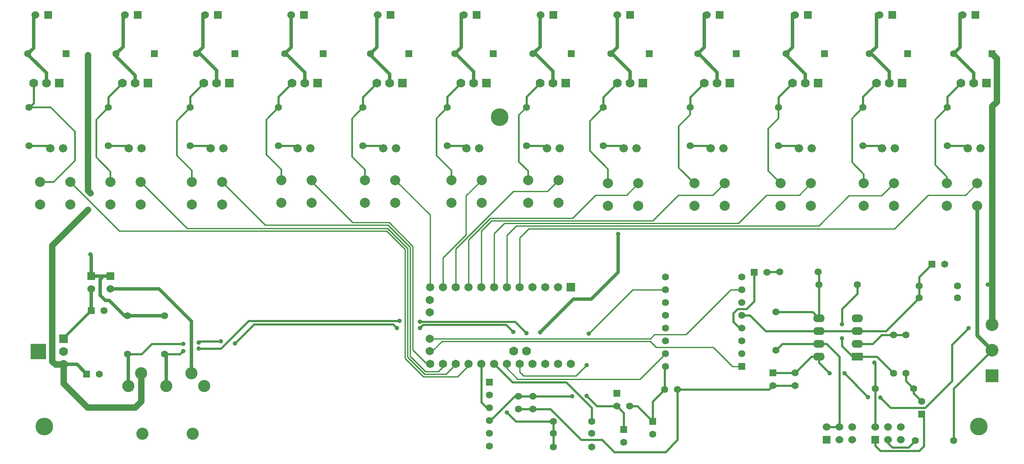
<source format=gtl>
G04 (created by PCBNEW (2013-07-07 BZR 4022)-stable) date 01/07/2014 16:02:50*
%MOIN*%
G04 Gerber Fmt 3.4, Leading zero omitted, Abs format*
%FSLAX34Y34*%
G01*
G70*
G90*
G04 APERTURE LIST*
%ADD10C,0.00590551*%
%ADD11R,0.06X0.06*%
%ADD12C,0.06*%
%ADD13R,0.065X0.065*%
%ADD14C,0.065*%
%ADD15C,0.07*%
%ADD16R,0.07X0.07*%
%ADD17R,0.12X0.12*%
%ADD18C,0.055*%
%ADD19C,0.066*%
%ADD20R,0.055X0.055*%
%ADD21R,0.1X0.1*%
%ADD22C,0.1*%
%ADD23C,0.095*%
%ADD24C,0.0787402*%
%ADD25R,0.09X0.062*%
%ADD26O,0.09X0.062*%
%ADD27C,0.137795*%
%ADD28C,0.035*%
%ADD29C,0.05*%
%ADD30C,0.015*%
%ADD31C,0.025*%
%ADD32C,0.04*%
%ADD33C,0.03*%
%ADD34C,0.027*%
%ADD35C,0.01*%
%ADD36C,0.012*%
%ADD37C,0.02*%
G04 APERTURE END LIST*
G54D10*
G54D11*
X79100Y-58000D03*
G54D12*
X79100Y-57000D03*
X80100Y-58000D03*
X80100Y-57000D03*
X81100Y-58000D03*
X81100Y-57000D03*
G54D13*
X59100Y-46050D03*
G54D14*
X58100Y-46050D03*
X57100Y-46050D03*
X56100Y-46050D03*
X55100Y-46050D03*
X54100Y-46050D03*
X53100Y-46050D03*
X52100Y-46050D03*
X51100Y-46050D03*
X50100Y-46050D03*
X49100Y-46050D03*
X48100Y-46050D03*
X48072Y-47042D03*
X48072Y-48026D03*
X48072Y-50073D03*
X48072Y-51057D03*
X48100Y-52050D03*
X49100Y-52050D03*
X50100Y-52050D03*
X51100Y-52050D03*
X52100Y-52050D03*
X53100Y-52050D03*
X54100Y-52050D03*
X55100Y-52050D03*
X56100Y-52050D03*
X57100Y-52050D03*
X58100Y-52050D03*
X59100Y-52050D03*
G54D15*
X55631Y-51057D03*
X54647Y-51057D03*
X19450Y-52100D03*
X19450Y-51100D03*
G54D16*
X19450Y-50100D03*
G54D17*
X17481Y-51100D03*
G54D18*
X49450Y-35000D03*
X49450Y-32000D03*
X16750Y-35000D03*
X16750Y-32000D03*
X22950Y-35000D03*
X22950Y-32000D03*
X29350Y-35000D03*
X29350Y-32000D03*
X36250Y-35000D03*
X36250Y-32000D03*
X42850Y-35000D03*
X42850Y-32000D03*
X88550Y-35000D03*
X88550Y-32000D03*
X81950Y-35000D03*
X81950Y-32000D03*
X55650Y-35000D03*
X55650Y-32000D03*
X61650Y-35000D03*
X61650Y-32000D03*
X68450Y-35000D03*
X68450Y-32000D03*
X75350Y-35000D03*
X75350Y-32000D03*
G54D19*
X30950Y-35200D03*
X31950Y-35200D03*
X76950Y-35200D03*
X77950Y-35200D03*
X37750Y-35200D03*
X38750Y-35200D03*
X24550Y-35200D03*
X25550Y-35200D03*
X90150Y-35200D03*
X91150Y-35200D03*
X70050Y-35200D03*
X71050Y-35200D03*
X18400Y-35200D03*
X19400Y-35200D03*
X44450Y-35200D03*
X45450Y-35200D03*
X83450Y-35200D03*
X84450Y-35200D03*
X50950Y-35200D03*
X51950Y-35200D03*
X63250Y-35200D03*
X64250Y-35200D03*
X57250Y-35200D03*
X58250Y-35200D03*
G54D20*
X46450Y-27800D03*
G54D18*
X43450Y-27800D03*
G54D20*
X85450Y-27800D03*
G54D18*
X82450Y-27800D03*
G54D20*
X65250Y-27800D03*
G54D18*
X62250Y-27800D03*
G54D20*
X19650Y-27800D03*
G54D18*
X16650Y-27800D03*
G54D20*
X26550Y-27800D03*
G54D18*
X23550Y-27800D03*
G54D20*
X92050Y-27800D03*
G54D18*
X89050Y-27800D03*
G54D20*
X78950Y-27800D03*
G54D18*
X75950Y-27800D03*
G54D20*
X59150Y-27800D03*
G54D18*
X56150Y-27800D03*
G54D20*
X32850Y-27800D03*
G54D18*
X29850Y-27800D03*
G54D20*
X72050Y-27800D03*
G54D18*
X69050Y-27800D03*
G54D20*
X39750Y-27800D03*
G54D18*
X36750Y-27800D03*
G54D20*
X53050Y-27800D03*
G54D18*
X50050Y-27800D03*
G54D15*
X37300Y-30100D03*
X38300Y-30100D03*
G54D16*
X39300Y-30100D03*
G54D15*
X89600Y-30100D03*
X90600Y-30100D03*
G54D16*
X91600Y-30100D03*
G54D15*
X17100Y-30100D03*
X18100Y-30100D03*
G54D16*
X19100Y-30100D03*
G54D15*
X24050Y-30100D03*
X25050Y-30100D03*
G54D16*
X26050Y-30100D03*
G54D15*
X30400Y-30100D03*
X31400Y-30100D03*
G54D16*
X32400Y-30100D03*
G54D15*
X43950Y-30100D03*
X44950Y-30100D03*
G54D16*
X45950Y-30100D03*
G54D15*
X50500Y-30100D03*
X51500Y-30100D03*
G54D16*
X52500Y-30100D03*
G54D15*
X56700Y-30100D03*
X57700Y-30100D03*
G54D16*
X58700Y-30100D03*
G54D15*
X62750Y-30100D03*
X63750Y-30100D03*
G54D16*
X64750Y-30100D03*
G54D15*
X69550Y-30100D03*
X70550Y-30100D03*
G54D16*
X71550Y-30100D03*
G54D15*
X76450Y-30100D03*
X77450Y-30100D03*
G54D16*
X78450Y-30100D03*
G54D15*
X83000Y-30100D03*
X84000Y-30100D03*
G54D16*
X85000Y-30100D03*
G54D21*
X92050Y-53000D03*
G54D22*
X92050Y-51000D03*
X92050Y-49000D03*
G54D23*
X24515Y-53787D03*
X27468Y-53787D03*
X30421Y-53787D03*
X25500Y-52803D03*
X29437Y-52803D03*
X25598Y-57527D03*
X29535Y-57527D03*
G54D18*
X27350Y-48300D03*
X27350Y-51300D03*
X24450Y-48300D03*
X24450Y-51300D03*
X60750Y-56550D03*
X57750Y-56550D03*
X57750Y-57500D03*
X60750Y-57500D03*
X57750Y-58550D03*
X60750Y-58550D03*
G54D20*
X52750Y-53500D03*
G54D18*
X52750Y-54500D03*
X52750Y-55500D03*
X52750Y-56500D03*
X52750Y-57500D03*
X52750Y-58500D03*
G54D20*
X72452Y-52250D03*
G54D18*
X72452Y-51250D03*
X72452Y-50250D03*
X72452Y-49250D03*
X72452Y-48250D03*
X72452Y-47250D03*
X72452Y-46250D03*
X72452Y-45250D03*
X66500Y-45250D03*
X66500Y-46250D03*
X66500Y-47250D03*
X66500Y-48250D03*
X66500Y-49250D03*
X66500Y-50250D03*
X66500Y-51250D03*
X66500Y-52250D03*
G54D20*
X21250Y-52850D03*
G54D18*
X22250Y-52850D03*
G54D20*
X21600Y-47900D03*
G54D18*
X22600Y-47900D03*
G54D11*
X23100Y-45200D03*
G54D12*
X23100Y-46200D03*
G54D11*
X21600Y-45200D03*
G54D12*
X21600Y-46200D03*
G54D24*
X88515Y-37926D03*
X90877Y-37926D03*
X88515Y-39698D03*
X90877Y-39698D03*
X43015Y-37676D03*
X45377Y-37676D03*
X43015Y-39448D03*
X45377Y-39448D03*
X82015Y-37926D03*
X84377Y-37926D03*
X82015Y-39698D03*
X84377Y-39698D03*
X49765Y-37676D03*
X52127Y-37676D03*
X49765Y-39448D03*
X52127Y-39448D03*
X36465Y-37676D03*
X38827Y-37676D03*
X36465Y-39448D03*
X38827Y-39448D03*
X75515Y-37926D03*
X77877Y-37926D03*
X75515Y-39698D03*
X77877Y-39698D03*
X55765Y-37676D03*
X58127Y-37676D03*
X55765Y-39448D03*
X58127Y-39448D03*
X29465Y-37826D03*
X31827Y-37826D03*
X29465Y-39598D03*
X31827Y-39598D03*
X23115Y-37826D03*
X25477Y-37826D03*
X23115Y-39598D03*
X25477Y-39598D03*
X68765Y-37926D03*
X71127Y-37926D03*
X68765Y-39698D03*
X71127Y-39698D03*
X62015Y-37926D03*
X64377Y-37926D03*
X62015Y-39698D03*
X64377Y-39698D03*
X17615Y-37826D03*
X19977Y-37826D03*
X17615Y-39598D03*
X19977Y-39598D03*
G54D18*
X85300Y-52800D03*
X85300Y-49800D03*
X84350Y-49800D03*
X84350Y-52800D03*
X75450Y-44850D03*
X78450Y-44850D03*
X75150Y-48000D03*
X75150Y-51000D03*
X81500Y-45850D03*
X78500Y-45850D03*
X89350Y-45950D03*
X86350Y-45950D03*
X86350Y-46900D03*
X89350Y-46900D03*
G54D25*
X81500Y-51500D03*
G54D26*
X81500Y-50500D03*
X81500Y-49500D03*
X81500Y-48500D03*
X78500Y-48500D03*
X78500Y-49500D03*
X78500Y-50500D03*
X78500Y-51500D03*
G54D18*
X76650Y-52750D03*
X76650Y-53750D03*
X55000Y-54600D03*
X55000Y-55600D03*
X56150Y-54600D03*
X56150Y-55600D03*
X66450Y-54050D03*
X67450Y-54050D03*
G54D20*
X87350Y-44250D03*
G54D18*
X88350Y-44250D03*
G54D20*
X74900Y-52750D03*
G54D18*
X74900Y-53750D03*
G54D20*
X62700Y-54350D03*
G54D18*
X62700Y-55350D03*
X63700Y-55350D03*
X85900Y-54000D03*
X82900Y-54000D03*
X89050Y-58050D03*
X86050Y-58050D03*
G54D11*
X82900Y-58000D03*
G54D12*
X82900Y-57000D03*
X83900Y-58000D03*
X83900Y-57000D03*
X84900Y-58000D03*
X84900Y-57000D03*
G54D20*
X63250Y-57200D03*
G54D18*
X63250Y-58200D03*
G54D20*
X65500Y-56550D03*
G54D18*
X65500Y-57550D03*
G54D20*
X73450Y-44900D03*
G54D18*
X74450Y-44900D03*
G54D20*
X86550Y-56000D03*
G54D18*
X86550Y-55000D03*
G54D11*
X31500Y-24750D03*
G54D12*
X30500Y-24750D03*
G54D11*
X57750Y-24750D03*
G54D12*
X56750Y-24750D03*
G54D11*
X70750Y-24750D03*
G54D12*
X69750Y-24750D03*
G54D11*
X25250Y-24750D03*
G54D12*
X24250Y-24750D03*
G54D11*
X51750Y-24750D03*
G54D12*
X50750Y-24750D03*
G54D11*
X84250Y-24750D03*
G54D12*
X83250Y-24750D03*
G54D11*
X77650Y-24750D03*
G54D12*
X76650Y-24750D03*
G54D11*
X90750Y-24750D03*
G54D12*
X89750Y-24750D03*
G54D11*
X18250Y-24750D03*
G54D12*
X17250Y-24750D03*
G54D11*
X38250Y-24750D03*
G54D12*
X37250Y-24750D03*
G54D11*
X63750Y-24750D03*
G54D12*
X62750Y-24750D03*
G54D11*
X45000Y-24750D03*
G54D12*
X44000Y-24750D03*
G54D27*
X53550Y-32750D03*
X17950Y-56950D03*
X91000Y-56950D03*
G54D28*
X21350Y-27900D03*
X21550Y-38700D03*
X21350Y-40000D03*
X90200Y-49250D03*
X83300Y-54700D03*
X82350Y-54650D03*
X80500Y-52800D03*
X79350Y-52800D03*
X91700Y-45850D03*
X62800Y-41900D03*
X56700Y-49600D03*
X60350Y-54550D03*
X59200Y-54600D03*
X21550Y-43500D03*
X54600Y-49550D03*
X47300Y-49250D03*
X45500Y-49250D03*
X32850Y-50450D03*
X31750Y-50300D03*
X30000Y-50400D03*
X28800Y-50500D03*
X28800Y-51050D03*
X30000Y-50850D03*
X45700Y-48700D03*
X47300Y-48750D03*
X55650Y-49650D03*
X60500Y-49700D03*
X60350Y-52150D03*
X80300Y-48950D03*
X80300Y-50050D03*
X54100Y-55850D03*
X82850Y-51950D03*
G54D29*
X92050Y-49000D02*
X92050Y-31900D01*
X92050Y-31900D02*
X92400Y-31550D01*
X92400Y-28150D02*
X92050Y-27800D01*
X92400Y-31550D02*
X92400Y-28150D01*
X19450Y-52100D02*
X18800Y-52100D01*
X21350Y-38500D02*
X21350Y-27900D01*
X21550Y-38700D02*
X21350Y-38500D01*
X18550Y-42800D02*
X21350Y-40000D01*
X18550Y-51850D02*
X18550Y-42800D01*
X18800Y-52100D02*
X18550Y-51850D01*
X25500Y-52803D02*
X25500Y-53950D01*
X19450Y-53600D02*
X19450Y-52100D01*
X21300Y-55450D02*
X19450Y-53600D01*
X25050Y-55450D02*
X21300Y-55450D01*
X25500Y-55000D02*
X25050Y-55450D01*
X25500Y-53950D02*
X25500Y-55000D01*
G54D30*
X78500Y-51500D02*
X78500Y-51950D01*
X88900Y-50550D02*
X90200Y-49250D01*
X88900Y-53400D02*
X88900Y-50550D01*
X86800Y-55500D02*
X88900Y-53400D01*
X84100Y-55500D02*
X86800Y-55500D01*
X83300Y-54700D02*
X84100Y-55500D01*
X80500Y-52800D02*
X82350Y-54650D01*
X78500Y-51950D02*
X79350Y-52800D01*
X91750Y-45800D02*
X92050Y-45800D01*
X91700Y-45850D02*
X91750Y-45800D01*
X74900Y-52750D02*
X76650Y-52750D01*
X78500Y-51500D02*
X77900Y-51500D01*
X77900Y-51500D02*
X76650Y-52750D01*
G54D31*
X19450Y-52100D02*
X20500Y-52100D01*
X20500Y-52100D02*
X21250Y-52850D01*
G54D32*
X92050Y-49000D02*
X92050Y-45800D01*
X92050Y-45800D02*
X92050Y-31900D01*
X92450Y-28200D02*
X92050Y-27800D01*
X92050Y-31900D02*
X92450Y-31500D01*
X92450Y-31500D02*
X92450Y-28200D01*
G54D30*
X66450Y-54050D02*
X66450Y-52300D01*
X66450Y-52300D02*
X66500Y-52250D01*
X65500Y-56550D02*
X65500Y-55000D01*
X65500Y-55000D02*
X66450Y-54050D01*
X63700Y-55350D02*
X64300Y-55350D01*
X64300Y-55350D02*
X65500Y-56550D01*
G54D31*
X62800Y-44900D02*
X62800Y-41900D01*
X60700Y-47000D02*
X62800Y-44900D01*
X59300Y-47000D02*
X60700Y-47000D01*
X56700Y-49600D02*
X59300Y-47000D01*
G54D30*
X63250Y-57200D02*
X63250Y-55900D01*
X63250Y-55900D02*
X62700Y-55350D01*
X56150Y-54600D02*
X59200Y-54600D01*
X61150Y-55350D02*
X62700Y-55350D01*
X60350Y-54550D02*
X61150Y-55350D01*
X55000Y-54600D02*
X56150Y-54600D01*
X52750Y-56500D02*
X52800Y-56500D01*
X54700Y-54600D02*
X55000Y-54600D01*
X52800Y-56500D02*
X54700Y-54600D01*
X89050Y-58050D02*
X89050Y-54000D01*
X89050Y-54000D02*
X92050Y-51000D01*
G54D31*
X21600Y-45200D02*
X23100Y-45200D01*
X24450Y-48300D02*
X24200Y-48300D01*
X24200Y-48300D02*
X23000Y-47100D01*
X23000Y-47100D02*
X22700Y-47100D01*
X22700Y-47100D02*
X22300Y-46700D01*
X22300Y-46700D02*
X22300Y-45450D01*
X22300Y-45450D02*
X22550Y-45200D01*
X22550Y-45200D02*
X23100Y-45200D01*
X27350Y-48300D02*
X24450Y-48300D01*
G54D33*
X90877Y-39698D02*
X90877Y-49827D01*
X90877Y-49827D02*
X92050Y-51000D01*
G54D34*
X21600Y-45200D02*
X21600Y-43550D01*
X21600Y-43550D02*
X21550Y-43500D01*
G54D30*
X52750Y-55500D02*
X52550Y-55500D01*
X52100Y-55050D02*
X52100Y-52050D01*
X52550Y-55500D02*
X52100Y-55050D01*
X60750Y-56550D02*
X60750Y-55500D01*
X54525Y-53475D02*
X53100Y-52050D01*
X58725Y-53475D02*
X54525Y-53475D01*
X60750Y-55500D02*
X58725Y-53475D01*
G54D35*
X48100Y-52050D02*
X47850Y-52050D01*
X38827Y-37777D02*
X38827Y-37676D01*
X42050Y-41000D02*
X38827Y-37777D01*
X44900Y-41000D02*
X42050Y-41000D01*
X46750Y-42850D02*
X44900Y-41000D01*
X46750Y-50950D02*
X46750Y-42850D01*
X47850Y-52050D02*
X46750Y-50950D01*
X49100Y-52050D02*
X49100Y-52300D01*
X35201Y-41200D02*
X31827Y-37826D01*
X44817Y-41200D02*
X35201Y-41200D01*
X46549Y-42932D02*
X44817Y-41200D01*
X46549Y-51449D02*
X46549Y-42932D01*
X47750Y-52650D02*
X46549Y-51449D01*
X48750Y-52650D02*
X47750Y-52650D01*
X49100Y-52300D02*
X48750Y-52650D01*
X50100Y-52050D02*
X50100Y-52100D01*
X29101Y-41450D02*
X25477Y-37826D01*
X44784Y-41450D02*
X29101Y-41450D01*
X46349Y-43015D02*
X44784Y-41450D01*
X46349Y-51532D02*
X46349Y-43015D01*
X47667Y-52850D02*
X46349Y-51532D01*
X49349Y-52850D02*
X47667Y-52850D01*
X50100Y-52100D02*
X49349Y-52850D01*
X51100Y-52050D02*
X51100Y-52200D01*
X23801Y-41650D02*
X19977Y-37826D01*
X44701Y-41650D02*
X23801Y-41650D01*
X46149Y-43098D02*
X44701Y-41650D01*
X46149Y-51615D02*
X46149Y-43098D01*
X47584Y-53050D02*
X46149Y-51615D01*
X50249Y-53050D02*
X47584Y-53050D01*
X51100Y-52200D02*
X50249Y-53050D01*
X55100Y-46050D02*
X55100Y-42200D01*
X89954Y-38850D02*
X90877Y-37926D01*
X87050Y-38850D02*
X89954Y-38850D01*
X84400Y-41500D02*
X87050Y-38850D01*
X55800Y-41500D02*
X84400Y-41500D01*
X55100Y-42200D02*
X55800Y-41500D01*
X54100Y-46050D02*
X54100Y-42000D01*
X83404Y-38900D02*
X84377Y-37926D01*
X80850Y-38900D02*
X83404Y-38900D01*
X78499Y-41250D02*
X80850Y-38900D01*
X54849Y-41250D02*
X78499Y-41250D01*
X54100Y-42000D02*
X54849Y-41250D01*
X53100Y-46050D02*
X53100Y-41850D01*
X76954Y-38850D02*
X77877Y-37926D01*
X74400Y-38850D02*
X76954Y-38850D01*
X72199Y-41050D02*
X74400Y-38850D01*
X53900Y-41050D02*
X72199Y-41050D01*
X53100Y-41850D02*
X53900Y-41050D01*
X52100Y-46050D02*
X52100Y-41650D01*
X70204Y-38850D02*
X71127Y-37926D01*
X67500Y-38850D02*
X70204Y-38850D01*
X65499Y-40850D02*
X67500Y-38850D01*
X52900Y-40850D02*
X65499Y-40850D01*
X52100Y-41650D02*
X52900Y-40850D01*
X51100Y-46050D02*
X51100Y-42350D01*
X63454Y-38850D02*
X64377Y-37926D01*
X61050Y-38850D02*
X63454Y-38850D01*
X59250Y-40650D02*
X61050Y-38850D01*
X52800Y-40650D02*
X59250Y-40650D01*
X51100Y-42350D02*
X52800Y-40650D01*
X50100Y-46050D02*
X50100Y-43050D01*
X57254Y-38550D02*
X58127Y-37676D01*
X54600Y-38550D02*
X57254Y-38550D01*
X50100Y-43050D02*
X54600Y-38550D01*
X49100Y-46050D02*
X49100Y-43750D01*
X50900Y-38904D02*
X52127Y-37676D01*
X50900Y-41950D02*
X50900Y-38904D01*
X49100Y-43750D02*
X50900Y-41950D01*
X48100Y-46050D02*
X48100Y-40398D01*
X48100Y-40398D02*
X45377Y-37676D01*
G54D30*
X24450Y-51300D02*
X25550Y-51300D01*
X54050Y-49000D02*
X54600Y-49550D01*
X47549Y-49000D02*
X54050Y-49000D01*
X47300Y-49250D02*
X47549Y-49000D01*
X45200Y-48950D02*
X45500Y-49250D01*
X34349Y-48950D02*
X45200Y-48950D01*
X32850Y-50450D02*
X34349Y-48950D01*
X30100Y-50300D02*
X31750Y-50300D01*
X30000Y-50400D02*
X30100Y-50300D01*
X26350Y-50500D02*
X28800Y-50500D01*
X25550Y-51300D02*
X26350Y-50500D01*
G54D31*
X24515Y-53787D02*
X24515Y-51365D01*
X24515Y-51365D02*
X24450Y-51300D01*
G54D30*
X28550Y-51300D02*
X27350Y-51300D01*
X28800Y-51050D02*
X28550Y-51300D01*
X31750Y-50850D02*
X30000Y-50850D01*
X33900Y-48700D02*
X31750Y-50850D01*
X45700Y-48700D02*
X33900Y-48700D01*
X54750Y-48750D02*
X47300Y-48750D01*
X55650Y-49650D02*
X54750Y-48750D01*
G54D31*
X27468Y-53787D02*
X27468Y-51418D01*
X27468Y-51418D02*
X27350Y-51300D01*
G54D35*
X54100Y-52050D02*
X54100Y-52400D01*
X64500Y-53250D02*
X66500Y-51250D01*
X54950Y-53250D02*
X64500Y-53250D01*
X54100Y-52400D02*
X54950Y-53250D01*
X48072Y-50073D02*
X65326Y-50073D01*
X71600Y-46250D02*
X72452Y-46250D01*
X68100Y-49750D02*
X71600Y-46250D01*
X65650Y-49750D02*
X68100Y-49750D01*
X65326Y-50073D02*
X65650Y-49750D01*
X55100Y-52050D02*
X55100Y-52700D01*
X63950Y-46250D02*
X66500Y-46250D01*
X60500Y-49700D02*
X63950Y-46250D01*
X59500Y-53000D02*
X60350Y-52150D01*
X55400Y-53000D02*
X59500Y-53000D01*
X55100Y-52700D02*
X55400Y-53000D01*
G54D30*
X72452Y-49250D02*
X72300Y-49250D01*
X73450Y-47150D02*
X73450Y-44900D01*
X72850Y-47750D02*
X73450Y-47150D01*
X72150Y-47750D02*
X72850Y-47750D01*
X71800Y-48100D02*
X72150Y-47750D01*
X71800Y-48750D02*
X71800Y-48100D01*
X72300Y-49250D02*
X71800Y-48750D01*
G54D35*
X48072Y-51057D02*
X48242Y-51057D01*
X71750Y-52250D02*
X72452Y-52250D01*
X70250Y-50750D02*
X71750Y-52250D01*
X65776Y-50750D02*
X70250Y-50750D01*
X65300Y-50273D02*
X65776Y-50750D01*
X49026Y-50273D02*
X65300Y-50273D01*
X48242Y-51057D02*
X49026Y-50273D01*
G54D31*
X56150Y-27800D02*
X56350Y-27800D01*
X57700Y-29150D02*
X57700Y-30100D01*
X56350Y-27800D02*
X57700Y-29150D01*
X56700Y-24700D02*
X56700Y-27250D01*
X56700Y-27250D02*
X56150Y-27800D01*
G54D36*
X43015Y-37676D02*
X43015Y-36865D01*
X42000Y-32850D02*
X42850Y-32000D01*
X42000Y-35850D02*
X42000Y-32850D01*
X43015Y-36865D02*
X42000Y-35850D01*
G54D30*
X42850Y-32000D02*
X42850Y-31200D01*
X42850Y-31200D02*
X43950Y-30100D01*
X42850Y-35000D02*
X44250Y-35000D01*
X44250Y-35000D02*
X44450Y-35200D01*
G54D31*
X43450Y-27800D02*
X43450Y-27900D01*
X44950Y-29400D02*
X44950Y-30100D01*
X43450Y-27900D02*
X44950Y-29400D01*
X43950Y-24700D02*
X43950Y-27300D01*
X43950Y-27300D02*
X43450Y-27800D01*
X36750Y-27800D02*
X36850Y-27800D01*
X38300Y-29250D02*
X38300Y-30100D01*
X36850Y-27800D02*
X38300Y-29250D01*
X37250Y-24700D02*
X37250Y-27300D01*
X37250Y-27300D02*
X36750Y-27800D01*
G54D36*
X36465Y-37676D02*
X36465Y-36865D01*
X35300Y-32950D02*
X36250Y-32000D01*
X35300Y-35700D02*
X35300Y-32950D01*
X36465Y-36865D02*
X35300Y-35700D01*
G54D30*
X36250Y-32000D02*
X36250Y-31150D01*
X36250Y-31150D02*
X37300Y-30100D01*
G54D36*
X49765Y-37676D02*
X49765Y-36915D01*
X48600Y-32850D02*
X49450Y-32000D01*
X48600Y-35750D02*
X48600Y-32850D01*
X49765Y-36915D02*
X48600Y-35750D01*
G54D30*
X49450Y-32000D02*
X49450Y-31150D01*
X49450Y-31150D02*
X50500Y-30100D01*
G54D31*
X50050Y-27800D02*
X50100Y-27800D01*
X51500Y-29200D02*
X51500Y-30100D01*
X50100Y-27800D02*
X51500Y-29200D01*
X50550Y-24700D02*
X50550Y-27300D01*
X50550Y-27300D02*
X50050Y-27800D01*
G54D30*
X49450Y-35000D02*
X50750Y-35000D01*
X50750Y-35000D02*
X50950Y-35200D01*
G54D36*
X62015Y-37926D02*
X62015Y-36815D01*
X60600Y-33050D02*
X61650Y-32000D01*
X60600Y-35400D02*
X60600Y-33050D01*
X62015Y-36815D02*
X60600Y-35400D01*
G54D30*
X61650Y-32000D02*
X61650Y-31200D01*
X61650Y-31200D02*
X62750Y-30100D01*
X79100Y-57000D02*
X80100Y-57000D01*
X78500Y-50500D02*
X79100Y-50500D01*
X80100Y-51500D02*
X80100Y-57000D01*
X79100Y-50500D02*
X80100Y-51500D01*
X78500Y-50500D02*
X75650Y-50500D01*
X75650Y-50500D02*
X75150Y-51000D01*
X85900Y-54000D02*
X85900Y-54350D01*
X85900Y-54350D02*
X86550Y-55000D01*
X85300Y-52800D02*
X85300Y-53400D01*
X85300Y-53400D02*
X85900Y-54000D01*
G54D31*
X89050Y-27800D02*
X89100Y-27800D01*
X90600Y-29300D02*
X90600Y-30100D01*
X89100Y-27800D02*
X90600Y-29300D01*
X89550Y-24700D02*
X89550Y-27300D01*
X89550Y-27300D02*
X89050Y-27800D01*
X29437Y-52803D02*
X29437Y-48737D01*
X26900Y-46200D02*
X23100Y-46200D01*
X29437Y-48737D02*
X26900Y-46200D01*
G54D30*
X83900Y-58000D02*
X83900Y-58250D01*
X85500Y-58599D02*
X86050Y-58050D01*
X84249Y-58599D02*
X85500Y-58599D01*
X83900Y-58250D02*
X84249Y-58599D01*
X82900Y-58000D02*
X82900Y-58450D01*
X86700Y-56150D02*
X86550Y-56000D01*
X86700Y-58500D02*
X86700Y-56150D01*
X86350Y-58850D02*
X86700Y-58500D01*
X83300Y-58850D02*
X86350Y-58850D01*
X82900Y-58450D02*
X83300Y-58850D01*
X61650Y-35000D02*
X63050Y-35000D01*
X63050Y-35000D02*
X63250Y-35200D01*
G54D36*
X75350Y-32000D02*
X75350Y-32850D01*
X74550Y-36960D02*
X75515Y-37926D01*
X74550Y-33650D02*
X74550Y-36960D01*
X75350Y-32850D02*
X74550Y-33650D01*
G54D30*
X75350Y-32000D02*
X75350Y-31200D01*
X75350Y-31200D02*
X76450Y-30100D01*
G54D31*
X75950Y-27800D02*
X75950Y-27900D01*
X77450Y-29400D02*
X77450Y-30100D01*
X75950Y-27900D02*
X77450Y-29400D01*
X76450Y-24700D02*
X76450Y-27300D01*
X76450Y-27300D02*
X75950Y-27800D01*
G54D30*
X75350Y-35000D02*
X76750Y-35000D01*
X76750Y-35000D02*
X76950Y-35200D01*
G54D36*
X88515Y-37926D02*
X88515Y-37415D01*
X87600Y-32950D02*
X88550Y-32000D01*
X87600Y-36500D02*
X87600Y-32950D01*
X88515Y-37415D02*
X87600Y-36500D01*
G54D30*
X88550Y-32000D02*
X88550Y-31150D01*
X88550Y-31150D02*
X89600Y-30100D01*
X88550Y-35000D02*
X89950Y-35000D01*
X89950Y-35000D02*
X90150Y-35200D01*
G54D31*
X82450Y-27800D02*
X82600Y-27800D01*
X84000Y-29200D02*
X84000Y-30100D01*
X82600Y-27800D02*
X84000Y-29200D01*
X83000Y-24700D02*
X83000Y-27250D01*
X83000Y-27250D02*
X82450Y-27800D01*
G54D36*
X82015Y-37926D02*
X82015Y-37215D01*
X81100Y-32850D02*
X81950Y-32000D01*
X81100Y-36300D02*
X81100Y-32850D01*
X82015Y-37215D02*
X81100Y-36300D01*
G54D30*
X81950Y-32000D02*
X81950Y-31150D01*
X81950Y-31150D02*
X83000Y-30100D01*
X81950Y-35000D02*
X83250Y-35000D01*
X83250Y-35000D02*
X83450Y-35200D01*
X75450Y-44850D02*
X74500Y-44850D01*
X74500Y-44850D02*
X74450Y-44900D01*
G54D34*
X21600Y-46200D02*
X21600Y-47900D01*
G54D37*
X19450Y-50100D02*
X19450Y-50050D01*
X19450Y-50050D02*
X21600Y-47900D01*
G54D36*
X55765Y-37676D02*
X55765Y-36965D01*
X55050Y-32600D02*
X55650Y-32000D01*
X55050Y-36250D02*
X55050Y-32600D01*
X55765Y-36965D02*
X55050Y-36250D01*
G54D30*
X55650Y-32000D02*
X55650Y-31150D01*
X55650Y-31150D02*
X56700Y-30100D01*
X84350Y-49800D02*
X85300Y-49800D01*
X81500Y-50500D02*
X82700Y-50500D01*
X83400Y-49800D02*
X84350Y-49800D01*
X82700Y-50500D02*
X83400Y-49800D01*
X81500Y-51500D02*
X83050Y-51500D01*
X83050Y-51500D02*
X84350Y-52800D01*
X81500Y-51500D02*
X81150Y-51500D01*
X81500Y-46550D02*
X81500Y-45850D01*
X80300Y-47750D02*
X81500Y-46550D01*
X80300Y-48950D02*
X80300Y-47750D01*
X80300Y-50650D02*
X80300Y-50050D01*
X81150Y-51500D02*
X80300Y-50650D01*
X78500Y-45850D02*
X78500Y-44900D01*
X78500Y-44900D02*
X78450Y-44850D01*
X78500Y-48500D02*
X78500Y-45850D01*
X75150Y-48000D02*
X78000Y-48000D01*
X78000Y-48000D02*
X78500Y-48500D01*
X67450Y-54050D02*
X74600Y-54050D01*
X74600Y-54050D02*
X74900Y-53750D01*
X56150Y-55600D02*
X57500Y-55600D01*
X67450Y-58000D02*
X67450Y-54050D01*
X66500Y-58950D02*
X67450Y-58000D01*
X62500Y-58950D02*
X66500Y-58950D01*
X61550Y-58000D02*
X62500Y-58950D01*
X59900Y-58000D02*
X61550Y-58000D01*
X57500Y-55600D02*
X59900Y-58000D01*
X55000Y-55600D02*
X56150Y-55600D01*
X76650Y-53750D02*
X74900Y-53750D01*
X55650Y-35000D02*
X57050Y-35000D01*
X57050Y-35000D02*
X57250Y-35200D01*
G54D36*
X23115Y-37826D02*
X23115Y-37015D01*
X22000Y-32950D02*
X22950Y-32000D01*
X22000Y-35900D02*
X22000Y-32950D01*
X23115Y-37015D02*
X22000Y-35900D01*
G54D30*
X22950Y-32000D02*
X22950Y-31200D01*
X22950Y-31200D02*
X24050Y-30100D01*
X22950Y-35000D02*
X24350Y-35000D01*
X24350Y-35000D02*
X24550Y-35200D01*
G54D31*
X17100Y-24700D02*
X17100Y-27350D01*
X17100Y-27350D02*
X16650Y-27800D01*
X16650Y-27800D02*
X16650Y-27850D01*
X18100Y-29300D02*
X18100Y-30100D01*
X16650Y-27850D02*
X18100Y-29300D01*
G54D30*
X36250Y-35000D02*
X37550Y-35000D01*
X37550Y-35000D02*
X37750Y-35200D01*
G54D31*
X29850Y-27800D02*
X30100Y-27800D01*
X31400Y-29100D02*
X31400Y-30100D01*
X30100Y-27800D02*
X31400Y-29100D01*
X30350Y-24700D02*
X30350Y-27300D01*
X30350Y-27300D02*
X29850Y-27800D01*
G54D36*
X29465Y-37826D02*
X29465Y-36915D01*
X28300Y-33050D02*
X29350Y-32000D01*
X28300Y-35750D02*
X28300Y-33050D01*
X29465Y-36915D02*
X28300Y-35750D01*
G54D30*
X29350Y-32000D02*
X29350Y-31150D01*
X29350Y-31150D02*
X30400Y-30100D01*
X29350Y-35000D02*
X30750Y-35000D01*
X30750Y-35000D02*
X30950Y-35200D01*
G54D31*
X24100Y-24700D02*
X24100Y-27250D01*
X24100Y-27250D02*
X23550Y-27800D01*
X23550Y-27800D02*
X23550Y-28000D01*
X25050Y-29500D02*
X25050Y-30100D01*
X23550Y-28000D02*
X25050Y-29500D01*
G54D30*
X54800Y-56550D02*
X57750Y-56550D01*
X54100Y-55850D02*
X54800Y-56550D01*
X57750Y-57500D02*
X57750Y-58550D01*
X57750Y-56550D02*
X57750Y-57500D01*
G54D31*
X69050Y-27800D02*
X69100Y-27800D01*
X70550Y-29250D02*
X70550Y-30100D01*
X69100Y-27800D02*
X70550Y-29250D01*
X69550Y-24700D02*
X69550Y-27300D01*
X69550Y-27300D02*
X69050Y-27800D01*
G54D36*
X17615Y-37826D02*
X18673Y-37826D01*
X18450Y-32000D02*
X16750Y-32000D01*
X20350Y-33900D02*
X18450Y-32000D01*
X20350Y-36150D02*
X20350Y-33900D01*
X18673Y-37826D02*
X20350Y-36150D01*
G54D30*
X17100Y-30100D02*
X17100Y-31650D01*
X17100Y-31650D02*
X16750Y-32000D01*
X16750Y-35000D02*
X18200Y-35000D01*
X18200Y-35000D02*
X18400Y-35200D01*
G54D36*
X68450Y-32000D02*
X68450Y-32550D01*
X67550Y-36710D02*
X68765Y-37926D01*
X67550Y-33450D02*
X67550Y-36710D01*
X68450Y-32550D02*
X67550Y-33450D01*
G54D30*
X68450Y-32000D02*
X68450Y-31200D01*
X68450Y-31200D02*
X69550Y-30100D01*
X68450Y-35000D02*
X69850Y-35000D01*
X69850Y-35000D02*
X70050Y-35200D01*
G54D31*
X62250Y-27800D02*
X62350Y-27800D01*
X63750Y-29200D02*
X63750Y-30100D01*
X62350Y-27800D02*
X63750Y-29200D01*
X62750Y-24700D02*
X62750Y-27300D01*
X62750Y-27300D02*
X62250Y-27800D01*
G54D30*
X82900Y-54000D02*
X82900Y-52000D01*
X82900Y-52000D02*
X82850Y-51950D01*
X82900Y-57000D02*
X82900Y-54000D01*
X86350Y-45950D02*
X86350Y-45250D01*
X86350Y-45250D02*
X87350Y-44250D01*
X86350Y-46900D02*
X86350Y-45950D01*
X81500Y-49500D02*
X83750Y-49500D01*
X83750Y-49500D02*
X86350Y-46900D01*
X78500Y-49500D02*
X81500Y-49500D01*
X72452Y-48250D02*
X73100Y-48250D01*
X74350Y-49500D02*
X78500Y-49500D01*
X73100Y-48250D02*
X74350Y-49500D01*
M02*

</source>
